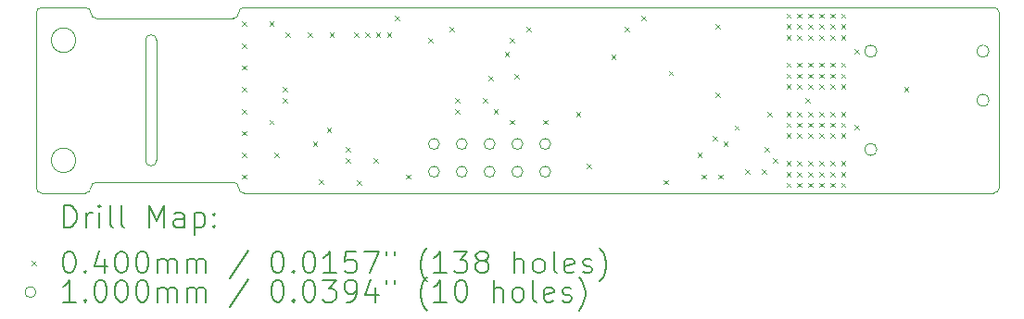
<source format=gbr>
%FSLAX45Y45*%
G04 Gerber Fmt 4.5, Leading zero omitted, Abs format (unit mm)*
G04 Created by KiCad (PCBNEW (6.0.5)) date 2022-06-29 17:32:00*
%MOMM*%
%LPD*%
G01*
G04 APERTURE LIST*
%TA.AperFunction,Profile*%
%ADD10C,0.050000*%
%TD*%
%ADD11C,0.200000*%
%ADD12C,0.040000*%
%ADD13C,0.100000*%
G04 APERTURE END LIST*
D10*
X4600000Y-10800000D02*
X11450000Y-10800000D01*
X3200000Y-9150000D02*
G75*
G03*
X3250000Y-9200000I50000J0D01*
G01*
X4550000Y-10750000D02*
G75*
G03*
X4500000Y-10700000I-50000J0D01*
G01*
X3800000Y-10500000D02*
X3800000Y-9400000D01*
X2750000Y-9100000D02*
G75*
G03*
X2700000Y-9150000I0J-50000D01*
G01*
X11405902Y-9950000D02*
G75*
G03*
X11405902Y-9950000I-55902J0D01*
G01*
X4500000Y-9200000D02*
G75*
G03*
X4550000Y-9150000I0J50000D01*
G01*
X3061803Y-9400000D02*
G75*
G03*
X3061803Y-9400000I-111803J0D01*
G01*
X4550000Y-10750000D02*
G75*
G03*
X4600000Y-10800000I50000J0D01*
G01*
X10380902Y-9500000D02*
G75*
G03*
X10380902Y-9500000I-55902J0D01*
G01*
X3061803Y-10500000D02*
G75*
G03*
X3061803Y-10500000I-111803J0D01*
G01*
X3250000Y-10700000D02*
X4500000Y-10700000D01*
X3150000Y-10800000D02*
G75*
G03*
X3200000Y-10750000I0J50000D01*
G01*
X2750000Y-10800000D02*
X3150000Y-10800000D01*
X11500000Y-9150000D02*
X11500000Y-10750000D01*
X3250000Y-10700000D02*
G75*
G03*
X3200000Y-10750000I0J-50000D01*
G01*
X11450000Y-10800000D02*
G75*
G03*
X11500000Y-10750000I0J50000D01*
G01*
X3800000Y-9400000D02*
G75*
G03*
X3700000Y-9400000I-50000J0D01*
G01*
X2700000Y-10750000D02*
X2700000Y-9150000D01*
X3700000Y-9400000D02*
X3700000Y-10500000D01*
X3250000Y-9200000D02*
X4500000Y-9200000D01*
X3700000Y-10500000D02*
G75*
G03*
X3800000Y-10500000I50000J0D01*
G01*
X11450000Y-9100000D02*
X4600000Y-9100000D01*
X3200000Y-9150000D02*
G75*
G03*
X3150000Y-9100000I-50000J0D01*
G01*
X11405902Y-9500000D02*
G75*
G03*
X11405902Y-9500000I-55902J0D01*
G01*
X2750000Y-9100000D02*
X3150000Y-9100000D01*
X4600000Y-9100000D02*
G75*
G03*
X4550000Y-9150000I0J-50000D01*
G01*
X11500000Y-9150000D02*
G75*
G03*
X11450000Y-9100000I-50000J0D01*
G01*
X2700000Y-10750000D02*
G75*
G03*
X2750000Y-10800000I50000J0D01*
G01*
X10380902Y-10400000D02*
G75*
G03*
X10380902Y-10400000I-55902J0D01*
G01*
D11*
D12*
X4580000Y-9230000D02*
X4620000Y-9270000D01*
X4620000Y-9230000D02*
X4580000Y-9270000D01*
X4580000Y-9430000D02*
X4620000Y-9470000D01*
X4620000Y-9430000D02*
X4580000Y-9470000D01*
X4580000Y-9630000D02*
X4620000Y-9670000D01*
X4620000Y-9630000D02*
X4580000Y-9670000D01*
X4580000Y-9830000D02*
X4620000Y-9870000D01*
X4620000Y-9830000D02*
X4580000Y-9870000D01*
X4580000Y-10030000D02*
X4620000Y-10070000D01*
X4620000Y-10030000D02*
X4580000Y-10070000D01*
X4580000Y-10230000D02*
X4620000Y-10270000D01*
X4620000Y-10230000D02*
X4580000Y-10270000D01*
X4580000Y-10430000D02*
X4620000Y-10470000D01*
X4620000Y-10430000D02*
X4580000Y-10470000D01*
X4580000Y-10630000D02*
X4620000Y-10670000D01*
X4620000Y-10630000D02*
X4580000Y-10670000D01*
X4830000Y-9230000D02*
X4870000Y-9270000D01*
X4870000Y-9230000D02*
X4830000Y-9270000D01*
X4830000Y-10130000D02*
X4870000Y-10170000D01*
X4870000Y-10130000D02*
X4830000Y-10170000D01*
X4880000Y-10430000D02*
X4920000Y-10470000D01*
X4920000Y-10430000D02*
X4880000Y-10470000D01*
X4955000Y-9830000D02*
X4995000Y-9870000D01*
X4995000Y-9830000D02*
X4955000Y-9870000D01*
X4955000Y-9930000D02*
X4995000Y-9970000D01*
X4995000Y-9930000D02*
X4955000Y-9970000D01*
X4980000Y-9330000D02*
X5020000Y-9370000D01*
X5020000Y-9330000D02*
X4980000Y-9370000D01*
X5180000Y-9330000D02*
X5220000Y-9370000D01*
X5220000Y-9330000D02*
X5180000Y-9370000D01*
X5228770Y-10331230D02*
X5268770Y-10371230D01*
X5268770Y-10331230D02*
X5228770Y-10371230D01*
X5285000Y-10675000D02*
X5325000Y-10715000D01*
X5325000Y-10675000D02*
X5285000Y-10715000D01*
X5356206Y-10203746D02*
X5396206Y-10243746D01*
X5396206Y-10203746D02*
X5356206Y-10243746D01*
X5380000Y-9330000D02*
X5420000Y-9370000D01*
X5420000Y-9330000D02*
X5380000Y-9370000D01*
X5530000Y-10380000D02*
X5570000Y-10420000D01*
X5570000Y-10380000D02*
X5530000Y-10420000D01*
X5530000Y-10480000D02*
X5570000Y-10520000D01*
X5570000Y-10480000D02*
X5530000Y-10520000D01*
X5605000Y-9330000D02*
X5645000Y-9370000D01*
X5645000Y-9330000D02*
X5605000Y-9370000D01*
X5628770Y-10681230D02*
X5668770Y-10721230D01*
X5668770Y-10681230D02*
X5628770Y-10721230D01*
X5705000Y-9330000D02*
X5745000Y-9370000D01*
X5745000Y-9330000D02*
X5705000Y-9370000D01*
X5780000Y-10480000D02*
X5820000Y-10520000D01*
X5820000Y-10480000D02*
X5780000Y-10520000D01*
X5805000Y-9330000D02*
X5845000Y-9370000D01*
X5845000Y-9330000D02*
X5805000Y-9370000D01*
X5905000Y-9330000D02*
X5945000Y-9370000D01*
X5945000Y-9330000D02*
X5905000Y-9370000D01*
X5980000Y-9180000D02*
X6020000Y-9220000D01*
X6020000Y-9180000D02*
X5980000Y-9220000D01*
X6080000Y-10630000D02*
X6120000Y-10670000D01*
X6120000Y-10630000D02*
X6080000Y-10670000D01*
X6280000Y-9380000D02*
X6320000Y-9420000D01*
X6320000Y-9380000D02*
X6280000Y-9420000D01*
X6480000Y-9281000D02*
X6520000Y-9321000D01*
X6520000Y-9281000D02*
X6480000Y-9321000D01*
X6530000Y-9930000D02*
X6570000Y-9970000D01*
X6570000Y-9930000D02*
X6530000Y-9970000D01*
X6530000Y-10030000D02*
X6570000Y-10070000D01*
X6570000Y-10030000D02*
X6530000Y-10070000D01*
X6780000Y-9930000D02*
X6820000Y-9970000D01*
X6820000Y-9930000D02*
X6780000Y-9970000D01*
X6830000Y-9730000D02*
X6870000Y-9770000D01*
X6870000Y-9730000D02*
X6830000Y-9770000D01*
X6880000Y-10030000D02*
X6920000Y-10070000D01*
X6920000Y-10030000D02*
X6880000Y-10070000D01*
X6980000Y-9507550D02*
X7020000Y-9547550D01*
X7020000Y-9507550D02*
X6980000Y-9547550D01*
X7030000Y-9380000D02*
X7070000Y-9420000D01*
X7070000Y-9380000D02*
X7030000Y-9420000D01*
X7030000Y-10130000D02*
X7070000Y-10170000D01*
X7070000Y-10130000D02*
X7030000Y-10170000D01*
X7072609Y-9712391D02*
X7112609Y-9752391D01*
X7112609Y-9712391D02*
X7072609Y-9752391D01*
X7180000Y-9280000D02*
X7220000Y-9320000D01*
X7220000Y-9280000D02*
X7180000Y-9320000D01*
X7330000Y-10130000D02*
X7370000Y-10170000D01*
X7370000Y-10130000D02*
X7330000Y-10170000D01*
X7632505Y-10055045D02*
X7672505Y-10095045D01*
X7672505Y-10055045D02*
X7632505Y-10095045D01*
X7730000Y-10530000D02*
X7770000Y-10570000D01*
X7770000Y-10530000D02*
X7730000Y-10570000D01*
X7955000Y-9530000D02*
X7995000Y-9570000D01*
X7995000Y-9530000D02*
X7955000Y-9570000D01*
X8080000Y-9280000D02*
X8120000Y-9320000D01*
X8120000Y-9280000D02*
X8080000Y-9320000D01*
X8230000Y-9180000D02*
X8270000Y-9220000D01*
X8270000Y-9180000D02*
X8230000Y-9220000D01*
X8430000Y-10680000D02*
X8470000Y-10720000D01*
X8470000Y-10680000D02*
X8430000Y-10720000D01*
X8480000Y-9680000D02*
X8520000Y-9720000D01*
X8520000Y-9680000D02*
X8480000Y-9720000D01*
X8742450Y-10430000D02*
X8782450Y-10470000D01*
X8782450Y-10430000D02*
X8742450Y-10470000D01*
X8780000Y-10630000D02*
X8820000Y-10670000D01*
X8820000Y-10630000D02*
X8780000Y-10670000D01*
X8880000Y-10280000D02*
X8920000Y-10320000D01*
X8920000Y-10280000D02*
X8880000Y-10320000D01*
X8905000Y-9255000D02*
X8945000Y-9295000D01*
X8945000Y-9255000D02*
X8905000Y-9295000D01*
X8905000Y-9880000D02*
X8945000Y-9920000D01*
X8945000Y-9880000D02*
X8905000Y-9920000D01*
X8930000Y-10630000D02*
X8970000Y-10670000D01*
X8970000Y-10630000D02*
X8930000Y-10670000D01*
X8980000Y-10330000D02*
X9020000Y-10370000D01*
X9020000Y-10330000D02*
X8980000Y-10370000D01*
X9080000Y-10180000D02*
X9120000Y-10220000D01*
X9120000Y-10180000D02*
X9080000Y-10220000D01*
X9180000Y-10580000D02*
X9220000Y-10620000D01*
X9220000Y-10580000D02*
X9180000Y-10620000D01*
X9330000Y-10580000D02*
X9370000Y-10620000D01*
X9370000Y-10580000D02*
X9330000Y-10620000D01*
X9353770Y-10381230D02*
X9393770Y-10421230D01*
X9393770Y-10381230D02*
X9353770Y-10421230D01*
X9380000Y-10055000D02*
X9420000Y-10095000D01*
X9420000Y-10055000D02*
X9380000Y-10095000D01*
X9430000Y-10480000D02*
X9470000Y-10520000D01*
X9470000Y-10480000D02*
X9430000Y-10520000D01*
X9555000Y-9155000D02*
X9595000Y-9195000D01*
X9595000Y-9155000D02*
X9555000Y-9195000D01*
X9555000Y-9255000D02*
X9595000Y-9295000D01*
X9595000Y-9255000D02*
X9555000Y-9295000D01*
X9555000Y-9355000D02*
X9595000Y-9395000D01*
X9595000Y-9355000D02*
X9555000Y-9395000D01*
X9555000Y-9605000D02*
X9595000Y-9645000D01*
X9595000Y-9605000D02*
X9555000Y-9645000D01*
X9555000Y-9705000D02*
X9595000Y-9745000D01*
X9595000Y-9705000D02*
X9555000Y-9745000D01*
X9555000Y-9805000D02*
X9595000Y-9845000D01*
X9595000Y-9805000D02*
X9555000Y-9845000D01*
X9555000Y-10055000D02*
X9595000Y-10095000D01*
X9595000Y-10055000D02*
X9555000Y-10095000D01*
X9555000Y-10155000D02*
X9595000Y-10195000D01*
X9595000Y-10155000D02*
X9555000Y-10195000D01*
X9555000Y-10255000D02*
X9595000Y-10295000D01*
X9595000Y-10255000D02*
X9555000Y-10295000D01*
X9555000Y-10505000D02*
X9595000Y-10545000D01*
X9595000Y-10505000D02*
X9555000Y-10545000D01*
X9555000Y-10605000D02*
X9595000Y-10645000D01*
X9595000Y-10605000D02*
X9555000Y-10645000D01*
X9555000Y-10705000D02*
X9595000Y-10745000D01*
X9595000Y-10705000D02*
X9555000Y-10745000D01*
X9655000Y-9155000D02*
X9695000Y-9195000D01*
X9695000Y-9155000D02*
X9655000Y-9195000D01*
X9655000Y-9255000D02*
X9695000Y-9295000D01*
X9695000Y-9255000D02*
X9655000Y-9295000D01*
X9655000Y-9355000D02*
X9695000Y-9395000D01*
X9695000Y-9355000D02*
X9655000Y-9395000D01*
X9655000Y-9605000D02*
X9695000Y-9645000D01*
X9695000Y-9605000D02*
X9655000Y-9645000D01*
X9655000Y-9705000D02*
X9695000Y-9745000D01*
X9695000Y-9705000D02*
X9655000Y-9745000D01*
X9655000Y-9805000D02*
X9695000Y-9845000D01*
X9695000Y-9805000D02*
X9655000Y-9845000D01*
X9655000Y-10055000D02*
X9695000Y-10095000D01*
X9695000Y-10055000D02*
X9655000Y-10095000D01*
X9655000Y-10155000D02*
X9695000Y-10195000D01*
X9695000Y-10155000D02*
X9655000Y-10195000D01*
X9655000Y-10255000D02*
X9695000Y-10295000D01*
X9695000Y-10255000D02*
X9655000Y-10295000D01*
X9655000Y-10505000D02*
X9695000Y-10545000D01*
X9695000Y-10505000D02*
X9655000Y-10545000D01*
X9655000Y-10605000D02*
X9695000Y-10645000D01*
X9695000Y-10605000D02*
X9655000Y-10645000D01*
X9655000Y-10705000D02*
X9695000Y-10745000D01*
X9695000Y-10705000D02*
X9655000Y-10745000D01*
X9730000Y-9930000D02*
X9770000Y-9970000D01*
X9770000Y-9930000D02*
X9730000Y-9970000D01*
X9755000Y-9155000D02*
X9795000Y-9195000D01*
X9795000Y-9155000D02*
X9755000Y-9195000D01*
X9755000Y-9255000D02*
X9795000Y-9295000D01*
X9795000Y-9255000D02*
X9755000Y-9295000D01*
X9755000Y-9355000D02*
X9795000Y-9395000D01*
X9795000Y-9355000D02*
X9755000Y-9395000D01*
X9755000Y-9605000D02*
X9795000Y-9645000D01*
X9795000Y-9605000D02*
X9755000Y-9645000D01*
X9755000Y-9705000D02*
X9795000Y-9745000D01*
X9795000Y-9705000D02*
X9755000Y-9745000D01*
X9755000Y-9805000D02*
X9795000Y-9845000D01*
X9795000Y-9805000D02*
X9755000Y-9845000D01*
X9755000Y-10055000D02*
X9795000Y-10095000D01*
X9795000Y-10055000D02*
X9755000Y-10095000D01*
X9755000Y-10155000D02*
X9795000Y-10195000D01*
X9795000Y-10155000D02*
X9755000Y-10195000D01*
X9755000Y-10255000D02*
X9795000Y-10295000D01*
X9795000Y-10255000D02*
X9755000Y-10295000D01*
X9755000Y-10505000D02*
X9795000Y-10545000D01*
X9795000Y-10505000D02*
X9755000Y-10545000D01*
X9755000Y-10605000D02*
X9795000Y-10645000D01*
X9795000Y-10605000D02*
X9755000Y-10645000D01*
X9755000Y-10705000D02*
X9795000Y-10745000D01*
X9795000Y-10705000D02*
X9755000Y-10745000D01*
X9855000Y-9155000D02*
X9895000Y-9195000D01*
X9895000Y-9155000D02*
X9855000Y-9195000D01*
X9855000Y-9255000D02*
X9895000Y-9295000D01*
X9895000Y-9255000D02*
X9855000Y-9295000D01*
X9855000Y-9355000D02*
X9895000Y-9395000D01*
X9895000Y-9355000D02*
X9855000Y-9395000D01*
X9855000Y-9605000D02*
X9895000Y-9645000D01*
X9895000Y-9605000D02*
X9855000Y-9645000D01*
X9855000Y-9705000D02*
X9895000Y-9745000D01*
X9895000Y-9705000D02*
X9855000Y-9745000D01*
X9855000Y-9805000D02*
X9895000Y-9845000D01*
X9895000Y-9805000D02*
X9855000Y-9845000D01*
X9855000Y-10055000D02*
X9895000Y-10095000D01*
X9895000Y-10055000D02*
X9855000Y-10095000D01*
X9855000Y-10155000D02*
X9895000Y-10195000D01*
X9895000Y-10155000D02*
X9855000Y-10195000D01*
X9855000Y-10255000D02*
X9895000Y-10295000D01*
X9895000Y-10255000D02*
X9855000Y-10295000D01*
X9855000Y-10505000D02*
X9895000Y-10545000D01*
X9895000Y-10505000D02*
X9855000Y-10545000D01*
X9855000Y-10605000D02*
X9895000Y-10645000D01*
X9895000Y-10605000D02*
X9855000Y-10645000D01*
X9855000Y-10705000D02*
X9895000Y-10745000D01*
X9895000Y-10705000D02*
X9855000Y-10745000D01*
X9955000Y-9155000D02*
X9995000Y-9195000D01*
X9995000Y-9155000D02*
X9955000Y-9195000D01*
X9955000Y-9255000D02*
X9995000Y-9295000D01*
X9995000Y-9255000D02*
X9955000Y-9295000D01*
X9955000Y-9355000D02*
X9995000Y-9395000D01*
X9995000Y-9355000D02*
X9955000Y-9395000D01*
X9955000Y-9605000D02*
X9995000Y-9645000D01*
X9995000Y-9605000D02*
X9955000Y-9645000D01*
X9955000Y-9705000D02*
X9995000Y-9745000D01*
X9995000Y-9705000D02*
X9955000Y-9745000D01*
X9955000Y-9805000D02*
X9995000Y-9845000D01*
X9995000Y-9805000D02*
X9955000Y-9845000D01*
X9955000Y-10055000D02*
X9995000Y-10095000D01*
X9995000Y-10055000D02*
X9955000Y-10095000D01*
X9955000Y-10155000D02*
X9995000Y-10195000D01*
X9995000Y-10155000D02*
X9955000Y-10195000D01*
X9955000Y-10255000D02*
X9995000Y-10295000D01*
X9995000Y-10255000D02*
X9955000Y-10295000D01*
X9955000Y-10505000D02*
X9995000Y-10545000D01*
X9995000Y-10505000D02*
X9955000Y-10545000D01*
X9955000Y-10605000D02*
X9995000Y-10645000D01*
X9995000Y-10605000D02*
X9955000Y-10645000D01*
X9955000Y-10705000D02*
X9995000Y-10745000D01*
X9995000Y-10705000D02*
X9955000Y-10745000D01*
X10055000Y-9155000D02*
X10095000Y-9195000D01*
X10095000Y-9155000D02*
X10055000Y-9195000D01*
X10055000Y-9255000D02*
X10095000Y-9295000D01*
X10095000Y-9255000D02*
X10055000Y-9295000D01*
X10055000Y-9355000D02*
X10095000Y-9395000D01*
X10095000Y-9355000D02*
X10055000Y-9395000D01*
X10055000Y-9605000D02*
X10095000Y-9645000D01*
X10095000Y-9605000D02*
X10055000Y-9645000D01*
X10055000Y-9705000D02*
X10095000Y-9745000D01*
X10095000Y-9705000D02*
X10055000Y-9745000D01*
X10055000Y-9805000D02*
X10095000Y-9845000D01*
X10095000Y-9805000D02*
X10055000Y-9845000D01*
X10055000Y-10055000D02*
X10095000Y-10095000D01*
X10095000Y-10055000D02*
X10055000Y-10095000D01*
X10055000Y-10155000D02*
X10095000Y-10195000D01*
X10095000Y-10155000D02*
X10055000Y-10195000D01*
X10055000Y-10255000D02*
X10095000Y-10295000D01*
X10095000Y-10255000D02*
X10055000Y-10295000D01*
X10055000Y-10505000D02*
X10095000Y-10545000D01*
X10095000Y-10505000D02*
X10055000Y-10545000D01*
X10055000Y-10605000D02*
X10095000Y-10645000D01*
X10095000Y-10605000D02*
X10055000Y-10645000D01*
X10055000Y-10705000D02*
X10095000Y-10745000D01*
X10095000Y-10705000D02*
X10055000Y-10745000D01*
X10178770Y-10178770D02*
X10218770Y-10218770D01*
X10218770Y-10178770D02*
X10178770Y-10218770D01*
X10180000Y-9480000D02*
X10220000Y-9520000D01*
X10220000Y-9480000D02*
X10180000Y-9520000D01*
X10630000Y-9830000D02*
X10670000Y-9870000D01*
X10670000Y-9830000D02*
X10630000Y-9870000D01*
D13*
X6384000Y-10350000D02*
G75*
G03*
X6384000Y-10350000I-50000J0D01*
G01*
X6384000Y-10604000D02*
G75*
G03*
X6384000Y-10604000I-50000J0D01*
G01*
X6638000Y-10350000D02*
G75*
G03*
X6638000Y-10350000I-50000J0D01*
G01*
X6638000Y-10604000D02*
G75*
G03*
X6638000Y-10604000I-50000J0D01*
G01*
X6892000Y-10350000D02*
G75*
G03*
X6892000Y-10350000I-50000J0D01*
G01*
X6892000Y-10604000D02*
G75*
G03*
X6892000Y-10604000I-50000J0D01*
G01*
X7146000Y-10350000D02*
G75*
G03*
X7146000Y-10350000I-50000J0D01*
G01*
X7146000Y-10604000D02*
G75*
G03*
X7146000Y-10604000I-50000J0D01*
G01*
X7400000Y-10350000D02*
G75*
G03*
X7400000Y-10350000I-50000J0D01*
G01*
X7400000Y-10604000D02*
G75*
G03*
X7400000Y-10604000I-50000J0D01*
G01*
D11*
X2955119Y-11112976D02*
X2955119Y-10912976D01*
X3002738Y-10912976D01*
X3031309Y-10922500D01*
X3050357Y-10941548D01*
X3059881Y-10960595D01*
X3069405Y-10998690D01*
X3069405Y-11027262D01*
X3059881Y-11065357D01*
X3050357Y-11084405D01*
X3031309Y-11103452D01*
X3002738Y-11112976D01*
X2955119Y-11112976D01*
X3155119Y-11112976D02*
X3155119Y-10979643D01*
X3155119Y-11017738D02*
X3164643Y-10998690D01*
X3174167Y-10989167D01*
X3193214Y-10979643D01*
X3212262Y-10979643D01*
X3278928Y-11112976D02*
X3278928Y-10979643D01*
X3278928Y-10912976D02*
X3269405Y-10922500D01*
X3278928Y-10932024D01*
X3288452Y-10922500D01*
X3278928Y-10912976D01*
X3278928Y-10932024D01*
X3402738Y-11112976D02*
X3383690Y-11103452D01*
X3374167Y-11084405D01*
X3374167Y-10912976D01*
X3507500Y-11112976D02*
X3488452Y-11103452D01*
X3478928Y-11084405D01*
X3478928Y-10912976D01*
X3736071Y-11112976D02*
X3736071Y-10912976D01*
X3802738Y-11055833D01*
X3869405Y-10912976D01*
X3869405Y-11112976D01*
X4050357Y-11112976D02*
X4050357Y-11008214D01*
X4040833Y-10989167D01*
X4021786Y-10979643D01*
X3983690Y-10979643D01*
X3964643Y-10989167D01*
X4050357Y-11103452D02*
X4031309Y-11112976D01*
X3983690Y-11112976D01*
X3964643Y-11103452D01*
X3955119Y-11084405D01*
X3955119Y-11065357D01*
X3964643Y-11046310D01*
X3983690Y-11036786D01*
X4031309Y-11036786D01*
X4050357Y-11027262D01*
X4145595Y-10979643D02*
X4145595Y-11179643D01*
X4145595Y-10989167D02*
X4164643Y-10979643D01*
X4202738Y-10979643D01*
X4221786Y-10989167D01*
X4231310Y-10998690D01*
X4240833Y-11017738D01*
X4240833Y-11074881D01*
X4231310Y-11093929D01*
X4221786Y-11103452D01*
X4202738Y-11112976D01*
X4164643Y-11112976D01*
X4145595Y-11103452D01*
X4326548Y-11093929D02*
X4336071Y-11103452D01*
X4326548Y-11112976D01*
X4317024Y-11103452D01*
X4326548Y-11093929D01*
X4326548Y-11112976D01*
X4326548Y-10989167D02*
X4336071Y-10998690D01*
X4326548Y-11008214D01*
X4317024Y-10998690D01*
X4326548Y-10989167D01*
X4326548Y-11008214D01*
D12*
X2657500Y-11422500D02*
X2697500Y-11462500D01*
X2697500Y-11422500D02*
X2657500Y-11462500D01*
D11*
X2993214Y-11332976D02*
X3012262Y-11332976D01*
X3031309Y-11342500D01*
X3040833Y-11352024D01*
X3050357Y-11371071D01*
X3059881Y-11409167D01*
X3059881Y-11456786D01*
X3050357Y-11494881D01*
X3040833Y-11513928D01*
X3031309Y-11523452D01*
X3012262Y-11532976D01*
X2993214Y-11532976D01*
X2974167Y-11523452D01*
X2964643Y-11513928D01*
X2955119Y-11494881D01*
X2945595Y-11456786D01*
X2945595Y-11409167D01*
X2955119Y-11371071D01*
X2964643Y-11352024D01*
X2974167Y-11342500D01*
X2993214Y-11332976D01*
X3145595Y-11513928D02*
X3155119Y-11523452D01*
X3145595Y-11532976D01*
X3136071Y-11523452D01*
X3145595Y-11513928D01*
X3145595Y-11532976D01*
X3326548Y-11399643D02*
X3326548Y-11532976D01*
X3278928Y-11323452D02*
X3231309Y-11466309D01*
X3355119Y-11466309D01*
X3469405Y-11332976D02*
X3488452Y-11332976D01*
X3507500Y-11342500D01*
X3517024Y-11352024D01*
X3526548Y-11371071D01*
X3536071Y-11409167D01*
X3536071Y-11456786D01*
X3526548Y-11494881D01*
X3517024Y-11513928D01*
X3507500Y-11523452D01*
X3488452Y-11532976D01*
X3469405Y-11532976D01*
X3450357Y-11523452D01*
X3440833Y-11513928D01*
X3431309Y-11494881D01*
X3421786Y-11456786D01*
X3421786Y-11409167D01*
X3431309Y-11371071D01*
X3440833Y-11352024D01*
X3450357Y-11342500D01*
X3469405Y-11332976D01*
X3659881Y-11332976D02*
X3678928Y-11332976D01*
X3697976Y-11342500D01*
X3707500Y-11352024D01*
X3717024Y-11371071D01*
X3726548Y-11409167D01*
X3726548Y-11456786D01*
X3717024Y-11494881D01*
X3707500Y-11513928D01*
X3697976Y-11523452D01*
X3678928Y-11532976D01*
X3659881Y-11532976D01*
X3640833Y-11523452D01*
X3631309Y-11513928D01*
X3621786Y-11494881D01*
X3612262Y-11456786D01*
X3612262Y-11409167D01*
X3621786Y-11371071D01*
X3631309Y-11352024D01*
X3640833Y-11342500D01*
X3659881Y-11332976D01*
X3812262Y-11532976D02*
X3812262Y-11399643D01*
X3812262Y-11418690D02*
X3821786Y-11409167D01*
X3840833Y-11399643D01*
X3869405Y-11399643D01*
X3888452Y-11409167D01*
X3897976Y-11428214D01*
X3897976Y-11532976D01*
X3897976Y-11428214D02*
X3907500Y-11409167D01*
X3926548Y-11399643D01*
X3955119Y-11399643D01*
X3974167Y-11409167D01*
X3983690Y-11428214D01*
X3983690Y-11532976D01*
X4078928Y-11532976D02*
X4078928Y-11399643D01*
X4078928Y-11418690D02*
X4088452Y-11409167D01*
X4107500Y-11399643D01*
X4136071Y-11399643D01*
X4155119Y-11409167D01*
X4164643Y-11428214D01*
X4164643Y-11532976D01*
X4164643Y-11428214D02*
X4174167Y-11409167D01*
X4193214Y-11399643D01*
X4221786Y-11399643D01*
X4240833Y-11409167D01*
X4250357Y-11428214D01*
X4250357Y-11532976D01*
X4640833Y-11323452D02*
X4469405Y-11580595D01*
X4897976Y-11332976D02*
X4917024Y-11332976D01*
X4936071Y-11342500D01*
X4945595Y-11352024D01*
X4955119Y-11371071D01*
X4964643Y-11409167D01*
X4964643Y-11456786D01*
X4955119Y-11494881D01*
X4945595Y-11513928D01*
X4936071Y-11523452D01*
X4917024Y-11532976D01*
X4897976Y-11532976D01*
X4878929Y-11523452D01*
X4869405Y-11513928D01*
X4859881Y-11494881D01*
X4850357Y-11456786D01*
X4850357Y-11409167D01*
X4859881Y-11371071D01*
X4869405Y-11352024D01*
X4878929Y-11342500D01*
X4897976Y-11332976D01*
X5050357Y-11513928D02*
X5059881Y-11523452D01*
X5050357Y-11532976D01*
X5040833Y-11523452D01*
X5050357Y-11513928D01*
X5050357Y-11532976D01*
X5183690Y-11332976D02*
X5202738Y-11332976D01*
X5221786Y-11342500D01*
X5231310Y-11352024D01*
X5240833Y-11371071D01*
X5250357Y-11409167D01*
X5250357Y-11456786D01*
X5240833Y-11494881D01*
X5231310Y-11513928D01*
X5221786Y-11523452D01*
X5202738Y-11532976D01*
X5183690Y-11532976D01*
X5164643Y-11523452D01*
X5155119Y-11513928D01*
X5145595Y-11494881D01*
X5136071Y-11456786D01*
X5136071Y-11409167D01*
X5145595Y-11371071D01*
X5155119Y-11352024D01*
X5164643Y-11342500D01*
X5183690Y-11332976D01*
X5440833Y-11532976D02*
X5326548Y-11532976D01*
X5383690Y-11532976D02*
X5383690Y-11332976D01*
X5364643Y-11361548D01*
X5345595Y-11380595D01*
X5326548Y-11390119D01*
X5621786Y-11332976D02*
X5526548Y-11332976D01*
X5517024Y-11428214D01*
X5526548Y-11418690D01*
X5545595Y-11409167D01*
X5593214Y-11409167D01*
X5612262Y-11418690D01*
X5621786Y-11428214D01*
X5631309Y-11447262D01*
X5631309Y-11494881D01*
X5621786Y-11513928D01*
X5612262Y-11523452D01*
X5593214Y-11532976D01*
X5545595Y-11532976D01*
X5526548Y-11523452D01*
X5517024Y-11513928D01*
X5697976Y-11332976D02*
X5831309Y-11332976D01*
X5745595Y-11532976D01*
X5897976Y-11332976D02*
X5897976Y-11371071D01*
X5974167Y-11332976D02*
X5974167Y-11371071D01*
X6269405Y-11609167D02*
X6259881Y-11599643D01*
X6240833Y-11571071D01*
X6231309Y-11552024D01*
X6221786Y-11523452D01*
X6212262Y-11475833D01*
X6212262Y-11437738D01*
X6221786Y-11390119D01*
X6231309Y-11361548D01*
X6240833Y-11342500D01*
X6259881Y-11313928D01*
X6269405Y-11304405D01*
X6450357Y-11532976D02*
X6336071Y-11532976D01*
X6393214Y-11532976D02*
X6393214Y-11332976D01*
X6374167Y-11361548D01*
X6355119Y-11380595D01*
X6336071Y-11390119D01*
X6517024Y-11332976D02*
X6640833Y-11332976D01*
X6574167Y-11409167D01*
X6602738Y-11409167D01*
X6621786Y-11418690D01*
X6631309Y-11428214D01*
X6640833Y-11447262D01*
X6640833Y-11494881D01*
X6631309Y-11513928D01*
X6621786Y-11523452D01*
X6602738Y-11532976D01*
X6545595Y-11532976D01*
X6526548Y-11523452D01*
X6517024Y-11513928D01*
X6755119Y-11418690D02*
X6736071Y-11409167D01*
X6726548Y-11399643D01*
X6717024Y-11380595D01*
X6717024Y-11371071D01*
X6726548Y-11352024D01*
X6736071Y-11342500D01*
X6755119Y-11332976D01*
X6793214Y-11332976D01*
X6812262Y-11342500D01*
X6821786Y-11352024D01*
X6831309Y-11371071D01*
X6831309Y-11380595D01*
X6821786Y-11399643D01*
X6812262Y-11409167D01*
X6793214Y-11418690D01*
X6755119Y-11418690D01*
X6736071Y-11428214D01*
X6726548Y-11437738D01*
X6717024Y-11456786D01*
X6717024Y-11494881D01*
X6726548Y-11513928D01*
X6736071Y-11523452D01*
X6755119Y-11532976D01*
X6793214Y-11532976D01*
X6812262Y-11523452D01*
X6821786Y-11513928D01*
X6831309Y-11494881D01*
X6831309Y-11456786D01*
X6821786Y-11437738D01*
X6812262Y-11428214D01*
X6793214Y-11418690D01*
X7069405Y-11532976D02*
X7069405Y-11332976D01*
X7155119Y-11532976D02*
X7155119Y-11428214D01*
X7145595Y-11409167D01*
X7126548Y-11399643D01*
X7097976Y-11399643D01*
X7078928Y-11409167D01*
X7069405Y-11418690D01*
X7278928Y-11532976D02*
X7259881Y-11523452D01*
X7250357Y-11513928D01*
X7240833Y-11494881D01*
X7240833Y-11437738D01*
X7250357Y-11418690D01*
X7259881Y-11409167D01*
X7278928Y-11399643D01*
X7307500Y-11399643D01*
X7326548Y-11409167D01*
X7336071Y-11418690D01*
X7345595Y-11437738D01*
X7345595Y-11494881D01*
X7336071Y-11513928D01*
X7326548Y-11523452D01*
X7307500Y-11532976D01*
X7278928Y-11532976D01*
X7459881Y-11532976D02*
X7440833Y-11523452D01*
X7431309Y-11504405D01*
X7431309Y-11332976D01*
X7612262Y-11523452D02*
X7593214Y-11532976D01*
X7555119Y-11532976D01*
X7536071Y-11523452D01*
X7526548Y-11504405D01*
X7526548Y-11428214D01*
X7536071Y-11409167D01*
X7555119Y-11399643D01*
X7593214Y-11399643D01*
X7612262Y-11409167D01*
X7621786Y-11428214D01*
X7621786Y-11447262D01*
X7526548Y-11466309D01*
X7697976Y-11523452D02*
X7717024Y-11532976D01*
X7755119Y-11532976D01*
X7774167Y-11523452D01*
X7783690Y-11504405D01*
X7783690Y-11494881D01*
X7774167Y-11475833D01*
X7755119Y-11466309D01*
X7726548Y-11466309D01*
X7707500Y-11456786D01*
X7697976Y-11437738D01*
X7697976Y-11428214D01*
X7707500Y-11409167D01*
X7726548Y-11399643D01*
X7755119Y-11399643D01*
X7774167Y-11409167D01*
X7850357Y-11609167D02*
X7859881Y-11599643D01*
X7878928Y-11571071D01*
X7888452Y-11552024D01*
X7897976Y-11523452D01*
X7907500Y-11475833D01*
X7907500Y-11437738D01*
X7897976Y-11390119D01*
X7888452Y-11361548D01*
X7878928Y-11342500D01*
X7859881Y-11313928D01*
X7850357Y-11304405D01*
D13*
X2697500Y-11706500D02*
G75*
G03*
X2697500Y-11706500I-50000J0D01*
G01*
D11*
X3059881Y-11796976D02*
X2945595Y-11796976D01*
X3002738Y-11796976D02*
X3002738Y-11596976D01*
X2983690Y-11625548D01*
X2964643Y-11644595D01*
X2945595Y-11654119D01*
X3145595Y-11777928D02*
X3155119Y-11787452D01*
X3145595Y-11796976D01*
X3136071Y-11787452D01*
X3145595Y-11777928D01*
X3145595Y-11796976D01*
X3278928Y-11596976D02*
X3297976Y-11596976D01*
X3317024Y-11606500D01*
X3326548Y-11616024D01*
X3336071Y-11635071D01*
X3345595Y-11673167D01*
X3345595Y-11720786D01*
X3336071Y-11758881D01*
X3326548Y-11777928D01*
X3317024Y-11787452D01*
X3297976Y-11796976D01*
X3278928Y-11796976D01*
X3259881Y-11787452D01*
X3250357Y-11777928D01*
X3240833Y-11758881D01*
X3231309Y-11720786D01*
X3231309Y-11673167D01*
X3240833Y-11635071D01*
X3250357Y-11616024D01*
X3259881Y-11606500D01*
X3278928Y-11596976D01*
X3469405Y-11596976D02*
X3488452Y-11596976D01*
X3507500Y-11606500D01*
X3517024Y-11616024D01*
X3526548Y-11635071D01*
X3536071Y-11673167D01*
X3536071Y-11720786D01*
X3526548Y-11758881D01*
X3517024Y-11777928D01*
X3507500Y-11787452D01*
X3488452Y-11796976D01*
X3469405Y-11796976D01*
X3450357Y-11787452D01*
X3440833Y-11777928D01*
X3431309Y-11758881D01*
X3421786Y-11720786D01*
X3421786Y-11673167D01*
X3431309Y-11635071D01*
X3440833Y-11616024D01*
X3450357Y-11606500D01*
X3469405Y-11596976D01*
X3659881Y-11596976D02*
X3678928Y-11596976D01*
X3697976Y-11606500D01*
X3707500Y-11616024D01*
X3717024Y-11635071D01*
X3726548Y-11673167D01*
X3726548Y-11720786D01*
X3717024Y-11758881D01*
X3707500Y-11777928D01*
X3697976Y-11787452D01*
X3678928Y-11796976D01*
X3659881Y-11796976D01*
X3640833Y-11787452D01*
X3631309Y-11777928D01*
X3621786Y-11758881D01*
X3612262Y-11720786D01*
X3612262Y-11673167D01*
X3621786Y-11635071D01*
X3631309Y-11616024D01*
X3640833Y-11606500D01*
X3659881Y-11596976D01*
X3812262Y-11796976D02*
X3812262Y-11663643D01*
X3812262Y-11682690D02*
X3821786Y-11673167D01*
X3840833Y-11663643D01*
X3869405Y-11663643D01*
X3888452Y-11673167D01*
X3897976Y-11692214D01*
X3897976Y-11796976D01*
X3897976Y-11692214D02*
X3907500Y-11673167D01*
X3926548Y-11663643D01*
X3955119Y-11663643D01*
X3974167Y-11673167D01*
X3983690Y-11692214D01*
X3983690Y-11796976D01*
X4078928Y-11796976D02*
X4078928Y-11663643D01*
X4078928Y-11682690D02*
X4088452Y-11673167D01*
X4107500Y-11663643D01*
X4136071Y-11663643D01*
X4155119Y-11673167D01*
X4164643Y-11692214D01*
X4164643Y-11796976D01*
X4164643Y-11692214D02*
X4174167Y-11673167D01*
X4193214Y-11663643D01*
X4221786Y-11663643D01*
X4240833Y-11673167D01*
X4250357Y-11692214D01*
X4250357Y-11796976D01*
X4640833Y-11587452D02*
X4469405Y-11844595D01*
X4897976Y-11596976D02*
X4917024Y-11596976D01*
X4936071Y-11606500D01*
X4945595Y-11616024D01*
X4955119Y-11635071D01*
X4964643Y-11673167D01*
X4964643Y-11720786D01*
X4955119Y-11758881D01*
X4945595Y-11777928D01*
X4936071Y-11787452D01*
X4917024Y-11796976D01*
X4897976Y-11796976D01*
X4878929Y-11787452D01*
X4869405Y-11777928D01*
X4859881Y-11758881D01*
X4850357Y-11720786D01*
X4850357Y-11673167D01*
X4859881Y-11635071D01*
X4869405Y-11616024D01*
X4878929Y-11606500D01*
X4897976Y-11596976D01*
X5050357Y-11777928D02*
X5059881Y-11787452D01*
X5050357Y-11796976D01*
X5040833Y-11787452D01*
X5050357Y-11777928D01*
X5050357Y-11796976D01*
X5183690Y-11596976D02*
X5202738Y-11596976D01*
X5221786Y-11606500D01*
X5231310Y-11616024D01*
X5240833Y-11635071D01*
X5250357Y-11673167D01*
X5250357Y-11720786D01*
X5240833Y-11758881D01*
X5231310Y-11777928D01*
X5221786Y-11787452D01*
X5202738Y-11796976D01*
X5183690Y-11796976D01*
X5164643Y-11787452D01*
X5155119Y-11777928D01*
X5145595Y-11758881D01*
X5136071Y-11720786D01*
X5136071Y-11673167D01*
X5145595Y-11635071D01*
X5155119Y-11616024D01*
X5164643Y-11606500D01*
X5183690Y-11596976D01*
X5317024Y-11596976D02*
X5440833Y-11596976D01*
X5374167Y-11673167D01*
X5402738Y-11673167D01*
X5421786Y-11682690D01*
X5431310Y-11692214D01*
X5440833Y-11711262D01*
X5440833Y-11758881D01*
X5431310Y-11777928D01*
X5421786Y-11787452D01*
X5402738Y-11796976D01*
X5345595Y-11796976D01*
X5326548Y-11787452D01*
X5317024Y-11777928D01*
X5536071Y-11796976D02*
X5574167Y-11796976D01*
X5593214Y-11787452D01*
X5602738Y-11777928D01*
X5621786Y-11749357D01*
X5631309Y-11711262D01*
X5631309Y-11635071D01*
X5621786Y-11616024D01*
X5612262Y-11606500D01*
X5593214Y-11596976D01*
X5555119Y-11596976D01*
X5536071Y-11606500D01*
X5526548Y-11616024D01*
X5517024Y-11635071D01*
X5517024Y-11682690D01*
X5526548Y-11701738D01*
X5536071Y-11711262D01*
X5555119Y-11720786D01*
X5593214Y-11720786D01*
X5612262Y-11711262D01*
X5621786Y-11701738D01*
X5631309Y-11682690D01*
X5802738Y-11663643D02*
X5802738Y-11796976D01*
X5755119Y-11587452D02*
X5707500Y-11730309D01*
X5831309Y-11730309D01*
X5897976Y-11596976D02*
X5897976Y-11635071D01*
X5974167Y-11596976D02*
X5974167Y-11635071D01*
X6269405Y-11873167D02*
X6259881Y-11863643D01*
X6240833Y-11835071D01*
X6231309Y-11816024D01*
X6221786Y-11787452D01*
X6212262Y-11739833D01*
X6212262Y-11701738D01*
X6221786Y-11654119D01*
X6231309Y-11625548D01*
X6240833Y-11606500D01*
X6259881Y-11577928D01*
X6269405Y-11568405D01*
X6450357Y-11796976D02*
X6336071Y-11796976D01*
X6393214Y-11796976D02*
X6393214Y-11596976D01*
X6374167Y-11625548D01*
X6355119Y-11644595D01*
X6336071Y-11654119D01*
X6574167Y-11596976D02*
X6593214Y-11596976D01*
X6612262Y-11606500D01*
X6621786Y-11616024D01*
X6631309Y-11635071D01*
X6640833Y-11673167D01*
X6640833Y-11720786D01*
X6631309Y-11758881D01*
X6621786Y-11777928D01*
X6612262Y-11787452D01*
X6593214Y-11796976D01*
X6574167Y-11796976D01*
X6555119Y-11787452D01*
X6545595Y-11777928D01*
X6536071Y-11758881D01*
X6526548Y-11720786D01*
X6526548Y-11673167D01*
X6536071Y-11635071D01*
X6545595Y-11616024D01*
X6555119Y-11606500D01*
X6574167Y-11596976D01*
X6878928Y-11796976D02*
X6878928Y-11596976D01*
X6964643Y-11796976D02*
X6964643Y-11692214D01*
X6955119Y-11673167D01*
X6936071Y-11663643D01*
X6907500Y-11663643D01*
X6888452Y-11673167D01*
X6878928Y-11682690D01*
X7088452Y-11796976D02*
X7069405Y-11787452D01*
X7059881Y-11777928D01*
X7050357Y-11758881D01*
X7050357Y-11701738D01*
X7059881Y-11682690D01*
X7069405Y-11673167D01*
X7088452Y-11663643D01*
X7117024Y-11663643D01*
X7136071Y-11673167D01*
X7145595Y-11682690D01*
X7155119Y-11701738D01*
X7155119Y-11758881D01*
X7145595Y-11777928D01*
X7136071Y-11787452D01*
X7117024Y-11796976D01*
X7088452Y-11796976D01*
X7269405Y-11796976D02*
X7250357Y-11787452D01*
X7240833Y-11768405D01*
X7240833Y-11596976D01*
X7421786Y-11787452D02*
X7402738Y-11796976D01*
X7364643Y-11796976D01*
X7345595Y-11787452D01*
X7336071Y-11768405D01*
X7336071Y-11692214D01*
X7345595Y-11673167D01*
X7364643Y-11663643D01*
X7402738Y-11663643D01*
X7421786Y-11673167D01*
X7431309Y-11692214D01*
X7431309Y-11711262D01*
X7336071Y-11730309D01*
X7507500Y-11787452D02*
X7526548Y-11796976D01*
X7564643Y-11796976D01*
X7583690Y-11787452D01*
X7593214Y-11768405D01*
X7593214Y-11758881D01*
X7583690Y-11739833D01*
X7564643Y-11730309D01*
X7536071Y-11730309D01*
X7517024Y-11720786D01*
X7507500Y-11701738D01*
X7507500Y-11692214D01*
X7517024Y-11673167D01*
X7536071Y-11663643D01*
X7564643Y-11663643D01*
X7583690Y-11673167D01*
X7659881Y-11873167D02*
X7669405Y-11863643D01*
X7688452Y-11835071D01*
X7697976Y-11816024D01*
X7707500Y-11787452D01*
X7717024Y-11739833D01*
X7717024Y-11701738D01*
X7707500Y-11654119D01*
X7697976Y-11625548D01*
X7688452Y-11606500D01*
X7669405Y-11577928D01*
X7659881Y-11568405D01*
M02*

</source>
